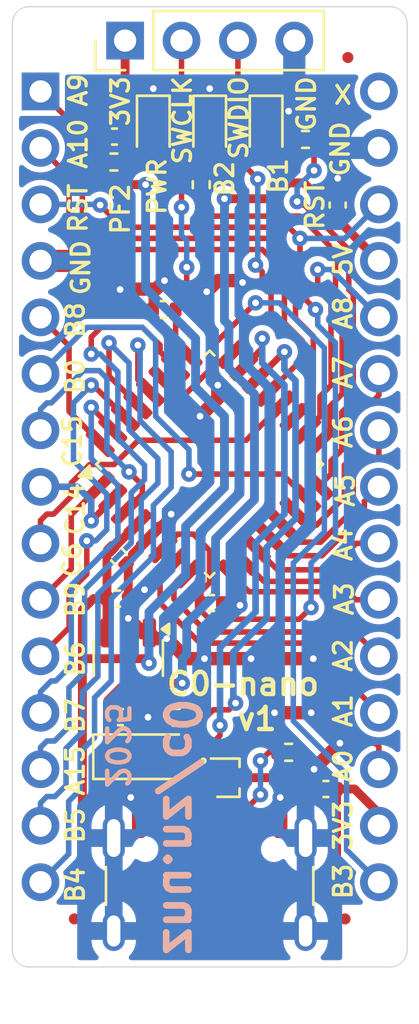
<source format=kicad_pcb>
(kicad_pcb (version 20241229) (generator "pcbnew") (generator_version "9.0")
  (title_block (title "C0-Nano") (date "2025-03-11") (rev "v1") (comment 1 "     https://creativecommons.org/licenses/by-sa/4.0/deed.en") (comment 2 "License: Creative Commons Attribution/Share-Alike 4.0") (comment 3 "Designed by: Benedikt Heinz <hunz at mailbox.org>"))
  (layers (0 "F.Cu" signal) (2 "B.Cu" signal) (13 "F.Paste" user) (15 "B.Paste" user) (5 "F.SilkS" user "F.Silkscreen") (7 "B.SilkS" user "B.Silkscreen") (1 "F.Mask" user) (3 "B.Mask" user) (25 "Edge.Cuts" user))
  (net 0 "")
  (net 1 "+3V3")
  (net 2 "GND")
  (net 3 "/PF2_nRST")
  (net 4 "+5V")
  (net 5 "/PA6_ADC6")
  (net 6 "/PA7_ADC7")
  (net 7 "/PA3_ADC3")
  (net 8 "/VIN")
  (net 9 "/PA0_ADC0")
  (net 10 "/PA2_ADC2")
  (net 11 "/PA4_ADC4")
  (net 12 "/PA8_ADC8")
  (net 13 "/PA5_ADC5")
  (net 14 "/PA1_ADC1")
  (net 15 "/USB_N")
  (net 17 "Net-(J3-CC2)")
  (net 19 "/USB_P")
  (net 20 "Net-(J3-CC1)")
  (net 21 "/PA9_U1TX")
  (net 22 "/PA10_U1RX")
  (net 23 "/PA13_SWDIO")
  (net 24 "/PB3_SPI1SCK")
  (net 25 "/PA14_BOOT0_SWCLK")
  (net 26 "/PB4_SPI1MISO")
  (net 27 "/VUSB")
  (net 28 "/PB5_SPI1MOSI")
  (net 29 "/PA15_SPI1NSS")
  (net 30 "/PB7_TIM1CH4")
  (net 31 "/PB6_TIM1CH3")
  (net 32 "/PB9_TIM3CH2")
  (net 33 "/PB8_TIM3CH1")
  (net 34 "Net-(D2-A)")
  (net 35 "Net-(D4-A)")
  (net 36 "Net-(D5-A)")
  (net 37 "/PC15_TIM1ETR")
  (net 38 "/PB0_TIM3CH3")
  (net 39 "/PC6_TIM2CH3")
  (net 40 "/PC14_TIM1ETR")
  (net 41 "/PB2_MCO2")
  (net 42 "/PB1_TIM14CH1")
  (footprint "Capacitor_SMD:C_0402_1005Metric" (layer "F.Cu") (at 140.42 98.7 180)
    (property "Reference" "C2" (hide yes))
    (property "Value" "0.1uF" (hide yes))
  )
  (footprint "LED_SMD:LED_0603_1608Metric" (layer "F.Cu") (at 142.875 77.3725 -90)
    (property "Reference" "D5" (hide yes))
    (property "Value" "pink" (hide yes))
  )
  (footprint "Connector_USB:USB_C_Receptacle_GCT_USB4105-xx-A_16P_TopMnt_Horizontal" (layer "F.Cu") (at 140.333 112.3708)
    (property "Reference" "J3" (hide yes))
    (property "Value" "USB_C_Receptacle_USB2.0_16P" (hide yes))
  )
  (footprint "Resistor_SMD:R_0402_1005Metric" (layer "F.Cu") (at 138.29 85.5)
    (property "Reference" "R6" (hide yes))
    (property "Value" "5.1k" (hide yes))
  )
  (footprint "Diode_SMD:D_SOD-123F" (layer "F.Cu") (at 137.3 105.611)
    (property "Reference" "D1" (hide yes))
    (property "Value" "PMEG2010EH" (hide yes))
  )
  (footprint "Package_TO_SOT_SMD:SOT-23-3" (layer "F.Cu") (at 136.668 101.1715 -90)
    (property "Reference" "U2" (hide yes))
    (property "Value" "AP7313-33SRG" (hide yes))
  )
  (footprint "Package_QFP:LQFP-32_7x7mm_P0.8mm" (layer "F.Cu") (at 140.335 92.456 45)
    (property "Reference" "U1" (hide yes))
    (property "Value" "STM32C071KBTx")
  )
  (footprint "Capacitor_SMD:C_0402_1005Metric" (layer "F.Cu") (at 136.188 98.499 180)
    (property "Reference" "C5" (hide yes))
    (property "Value" "4.7uF/10V" (hide yes))
  )
  (footprint "LED_SMD:LED_0603_1608Metric" (layer "F.Cu") (at 137.795 77.3725 -90)
    (property "Reference" "D2" (hide yes))
    (property "Value" "green" (hide yes))
  )
  (footprint "Fiducial:Fiducial_0.5mm_Mask1mm" (layer "F.Cu") (at 146.558 74.168)
    (property "Reference" "FID3" (hide yes))
    (property "Value" "Fiducial" (hide yes))
  )
  (footprint "LED_SMD:LED_0603_1608Metric" (layer "F.Cu") (at 140.335 77.3725 -90)
    (property "Reference" "D4" (hide yes))
    (property "Value" "cyan" (hide yes))
  )
  (footprint "Fiducial:Fiducial_0.5mm_Mask1mm" (layer "F.Cu") (at 134.239 112.903)
    (property "Reference" "FID1" (hide yes))
    (property "Value" "Fiducial" (hide yes))
  )
  (footprint "Capacitor_SMD:C_0402_1005Metric" (layer "F.Cu") (at 136.045 77.724 180)
    (property "Reference" "C7" (hide yes))
    (property "Value" "4.7uF/10V" (hide yes))
  )
  (footprint "Resistor_SMD:R_0402_1005Metric" (layer "F.Cu") (at 136.019 78.867 180)
    (property "Reference" "R3" (hide yes))
    (property "Value" "5.1k" (hide yes))
  )
  (footprint "Capacitor_SMD:C_0402_1005Metric" (layer "F.Cu") (at 146.1 80.8 -90)
    (property "Reference" "C3" (hide yes))
    (property "Value" "4.7uF/10V" (hide yes))
  )
  (footprint "Resistor_SMD:R_0402_1005Metric" (layer "F.Cu") (at 144.651 77.851)
    (property "Reference" "R5" (hide yes))
    (property "Value" "5.1k" (hide yes))
  )
  (footprint "Capacitor_SMD:C_0402_1005Metric" (layer "F.Cu") (at 136.315 103.833 180)
    (property "Reference" "C6" (hide yes))
    (property "Value" "4.7uF/10V" (hide yes))
  )
  (footprint "Package_TO_SOT_SMD:Infineon_PG-TSFP-3-1" (layer "F.Cu") (at 141.08 106.553)
    (property "Reference" "D3" (hide yes))
    (property "Value" "ESD5V3U2U" (hide yes))
  )
  (footprint "lib:MountingHole_1.65mm" (layer "F.Cu") (at 147.965 73.142)
    (property "Reference" "H4" (hide yes))
    (property "Value" "MountingHole" (hide yes))
  )
  (footprint "lib:MountingHole_1.65mm" (layer "F.Cu") (at 132.705 113.802)
    (property "Reference" "H2" (hide yes))
    (property "Value" "MountingHole" (hide yes))
  )
  (footprint "Capacitor_SMD:C_0402_1005Metric" (layer "F.Cu") (at 136.229411 96.605411 135)
    (property "Reference" "C1" (hide yes))
    (property "Value" "4.7uF/10V" (hide yes))
  )
  (footprint "Resistor_SMD:R_0402_1005Metric" (layer "F.Cu") (at 139.954 79.885 -90)
    (property "Reference" "R4" (hide yes))
    (property "Value" "5.1k" (hide yes))
  )
  (footprint "Connector_PinHeader_2.54mm:PinHeader_1x04_P2.54mm_Vertical" (layer "F.Cu") (at 136.525 73.406 90)
    (property "Reference" "J4" (hide yes))
    (property "Value" "SWD")
  )
  (footprint "Resistor_SMD:R_0402_1005Metric" (layer "F.Cu") (at 138.827 103.833 180)
    (property "Reference" "R1" (hide yes))
    (property "Value" "5.1k" (hide yes))
  )
  (footprint "lib:MountingHole_1.65mm" (layer "F.Cu") (at 147.965 113.802)
    (property "Reference" "H3" (hide yes))
    (property "Value" "MountingHole" (hide yes))
  )
  (footprint "Fiducial:Fiducial_0.5mm_Mask1mm" (layer "F.Cu") (at 146.431 112.903)
    (property "Reference" "FID2" (hide yes))
    (property "Value" "Fiducial" (hide yes))
  )
  (footprint "Capacitor_SMD:C_0402_1005Metric" (layer "F.Cu") (at 145.57 107.061)
    (property "Reference" "C4" (hide yes))
    (property "Value" "4.7uF/10V" (hide yes))
  )
  (footprint "Resistor_SMD:R_0402_1005Metric" (layer "F.Cu") (at 143.891 105.41)
    (property "Reference" "R2" (hide yes))
    (property "Value" "5.1k" (hide yes))
  )
  (footprint "lib:MountingHole_1.65mm" (layer "F.Cu") (at 132.705 73.142)
    (property "Reference" "H1" (hide yes))
    (property "Value" "MountingHole" (hide yes))
  )
  (footprint "lib:PinHeader_1x15_P2.54mm_Vertical_16_30" (layer "B.Cu") (at 147.955 111.252)
    (property "Reference" "J2" (hide yes))
    (property "Value" "Conn_01x15_16_30" (hide yes))
  )
  (footprint "lib:PinHeader_1x15_P2.54mm_Vertical" (layer "B.Cu") (at 132.715 75.692 180)
    (property "Reference" "J1" (hide yes))
    (property "Value" "Conn_01x15" (hide yes))
  )
  (gr_line (start 131.445 72.644) (end 131.445 114.3) (stroke (width 0.05)) (layer "Edge.Cuts"))
  (gr_line (start 132.207 115.062) (end 148.463 115.062) (stroke (width 0.05)) (layer "Edge.Cuts"))
  (gr_arc (start 132.207 115.062) (mid 131.668185 114.838815) (end 131.445 114.3) (stroke (width 0.05)) (layer "Edge.Cuts"))
  (gr_arc (start 148.463 71.882) (mid 149.001815 72.105185) (end 149.225 72.644) (stroke (width 0.05)) (layer "Edge.Cuts"))
  (gr_line (start 148.463 71.882) (end 132.207 71.882) (stroke (width 0.05)) (layer "Edge.Cuts"))
  (gr_arc (start 149.225 114.3) (mid 149.001815 114.838815) (end 148.463 115.062) (stroke (width 0.05)) (layer "Edge.Cuts"))
  (gr_line (start 149.225 114.3) (end 149.225 72.644) (stroke (width 0.05)) (layer "Edge.Cuts"))
  (gr_arc (start 131.445 72.644) (mid 131.668185 72.105185) (end 132.207 71.882) (stroke (width 0.05)) (layer "Edge.Cuts"))
  (gr_text "A10" (at 134.874 79.248 90) (layer "F.SilkS") (effects (font (size 0.8 0.8)) (justify left bottom)))
  (gr_text "RST" (at 145.542 79.629 90) (layer "F.SilkS") (effects (font (size 0.8 0.8)) (justify right bottom)))
  (gr_text "A15" (at 134.747 105.029 90) (layer "F.SilkS") (effects (font (size 0.8 0.8)) (justify right bottom)))
  (gr_text "B5" (at 134.747 107.823 90) (layer "F.SilkS") (effects (font (size 0.8 0.8)) (justify right bottom)))
  (gr_text "B9" (at 134.747 97.663 90) (layer "F.SilkS") (effects (font (size 0.8 0.8)) (justify right bottom)))
  (gr_text "PF2" (at 136.779 79.756 90) (layer "F.SilkS") (effects (font (size 0.8 0.8)) (justify right bottom)))
  (gr_text "B2" (at 141.478 78.74 90) (layer "F.SilkS") (effects (font (size 0.8 0.8)) (justify right bottom)))
  (gr_text "X" (at 146.812 76.327 0) (layer "F.SilkS") (effects (font (size 0.8 0.8)) (justify right bottom)))
  (gr_text "5V" (at 146.812 82.423 90) (layer "F.SilkS") (effects (font (size 0.8 0.8)) (justify right bottom)))
  (gr_text "A8" (at 146.812 84.836 90) (layer "F.SilkS") (effects (font (size 0.8 0.8)) (justify right bottom)))
  (gr_text "C14" (at 134.747 93.218 90) (layer "F.SilkS") (effects (font (size 0.8 0.8)) (justify right bottom)))
  (gr_text "3V3" (at 136.779 74.93 90) (layer "F.SilkS") (effects (font (size 0.8 0.8)) (justify right bottom)))
  (gr_text "B1" (at 143.891 78.613 90) (layer "F.SilkS") (effects (font (size 0.8 0.8)) (justify right bottom)))
  (gr_text "C0-nano" (at 141.8336 102.9208 0) (layer "F.SilkS") (effects (font (size 1 1) (thickness 0.2) (bold yes)) (justify bottom)))
  (gr_text "C6" (at 134.62 95.885 90) (layer "F.SilkS") (effects (font (size 0.8 0.8)) (justify right bottom)))
  (gr_text "RST" (at 134.874 79.756 90) (layer "F.SilkS") (effects (font (size 0.8 0.8)) (justify right bottom)))
  (gr_text "v1" (at 141.478 104.4956 0) (layer "F.SilkS") (effects (font (size 1 1) (thickness 0.2) (bold yes)) (justify left bottom)))
  (gr_text "SWCLK" (at 139.573 74.93 90) (layer "F.SilkS") (effects (font (size 0.8 0.8)) (justify right bottom)))
  (gr_text "A2" (at 146.812 100.2284 90) (layer "F.SilkS") (effects (font (size 0.8 0.8)) (justify right bottom)))
  (gr_text "B8" (at 134.747 85.09 90) (layer "F.SilkS") (effects (font (size 0.8 0.8)) (justify right bottom)))
  (gr_text "3V3" (at 146.812 107.4928 90) (layer "F.SilkS") (effects (font (size 0.8 0.8)) (justify right bottom)))
  (gr_text "A5" (at 146.9136 92.8116 90) (layer "F.SilkS") (effects (font (size 0.8 0.8)) (justify right bottom)))
  (gr_text "GND" (at 146.685 76.962 90) (layer "F.SilkS") (effects (font (size 0.8 0.8)) (justify right bottom)))
  (gr_text "GND" (at 145.161 74.93 90) (layer "F.SilkS") (effects (font (size 0.8 0.8)) (justify right bottom)))
  (gr_text "A4" (at 146.812 95.25 90) (layer "F.SilkS") (effects (font (size 0.8 0.8)) (justify right bottom)))
  (gr_text "B4" (at 134.747 110.49 90) (layer "F.SilkS") (effects (font (size 0.8 0.8)) (justify right bottom)))
  (gr_text "B6" (at 134.747 100.33 90) (layer "F.SilkS") (effects (font (size 0.8 0.8)) (justify right bottom)))
  (gr_text "C15" (at 134.62 90.17 90) (layer "F.SilkS") (effects (font (size 0.8 0.8)) (justify right bottom)))
  (gr_text "B0" (at 134.747 87.63 90) (layer "F.SilkS") (effects (font (size 0.8 0.8)) (justify right bottom)))
  (gr_text "A6" (at 146.812 90.17 90) (layer "F.SilkS") (effects (font (size 0.8 0.8)) (justify right bottom)))
  (gr_text "PWR" (at 138.43 78.613 90) (layer "F.SilkS") (effects (font (size 0.8 0.8)) (justify right bottom)))
  (gr_text "A0" (at 146.812 105.2068 90) (layer "F.SilkS") (effects (font (size 0.8 0.8)) (justify right bottom)))
  (gr_text "SWDIO" (at 142.113 74.93 90) (layer "F.SilkS") (effects (font (size 0.8 0.8)) (justify right bottom)))
  (gr_text "GND" (at 135.001 82.296 90) (layer "F.SilkS") (effects (font (size 0.8 0.8)) (justify right bottom)))
  (gr_text "B7" (at 134.747 102.87 90) (layer "F.SilkS") (effects (font (size 0.8 0.8)) (justify right bottom)))
  (gr_text "B3" (at 146.812 110.3376 90) (layer "F.SilkS") (effects (font (size 0.8 0.8)) (justify right bottom)))
  (gr_text "A9" (at 134.874 76.454 90) (layer "F.SilkS") (effects (font (size 0.8 0.8)) (justify left bottom)))
  (gr_text "A1" (at 146.812 102.7176 90) (layer "F.SilkS") (effects (font (size 0.8 0.8)) (justify right bottom)))
  (gr_text "A3" (at 146.8628 97.6884 90) (layer "F.SilkS") (effects (font (size 0.8 0.8)) (justify right bottom)))
  (gr_text "A7" (at 146.812 87.503 90) (layer "F.SilkS") (effects (font (size 0.8 0.8)) (justify right bottom)))
  (gr_text "znu.nz/c0" (at 138.176 114.7064 270) (layer "B.SilkS") (effects (font (size 1.5 1.5) (thickness 0.3) (bold yes)) (justify left bottom mirror)))
  (gr_text "2025" (at 135.5852 107.1372 270) (layer "B.SilkS") (effects (font (size 1 1) (thickness 0.2) (bold yes)) (justify left bottom mirror)))
  (segment (start 135.708 96.448) (end 135.89 96.266) (width 0.4) (layer "F.Cu") (net 1))
  (segment (start 136.525 75.565) (end 135.565 76.525) (width 0.4) (layer "F.Cu") (net 1))
  (segment (start 135.708 100.024) (end 135.718 100.034) (width 0.4) (layer "F.Cu") (net 1))
  (segment (start 146.05 110.55) (end 146.05 107.061) (width 0.4) (layer "F.Cu") (net 1))
  (segment (start 135.565 76.525) (end 135.565 77.724) (width 0.4) (layer "F.Cu") (net 1))
  (segment (start 135.509 79.502) (end 135.509 78.867) (width 0.4) (layer "F.Cu") (net 1))
  (segment (start 146.05 107.061) (end 146.861 107.061) (width 0.4) (layer "F.Cu") (net 1))
  (segment (start 147.955 108.155) (end 147.955 108.712) (width 0.4) (layer "F.Cu") (net 1))
  (segment (start 134.6 99) (end 134.6 101.2) (width 0.4) (layer "F.Cu") (net 1))
  (segment (start 134.6 101.2) (end 137.4 101.2) (width 0.4) (layer "F.Cu") (net 1))
  (segment (start 135.101 98.499) (end 134.6 99) (width 0.4) (layer "F.Cu") (net 1))
  (segment (start 134.6 110.2) (end 135.9 111.5) (width 0.4) (layer "F.Cu") (net 1))
  (segment (start 135.89 96.266) (end 135.959314 96.266) (width 0.4) (layer "F.Cu") (net 1))
  (segment (start 134.6 101.2) (end 134.6 110.2) (width 0.4) (layer "F.Cu") (net 1))
  (segment (start 135.708 98.499) (end 135.708 96.448) (width 0.4) (layer "F.Cu") (net 1))
  (segment (start 137.4 101.2) (end 137.6 101.4) (width 0.4) (layer "F.Cu") (net 1))
  (segment (start 135.959314 96.266) (end 137.099986 95.125328) (width 0.4) (layer "F.Cu") (net 1))
  (segment (start 135.708 98.499) (end 135.101 98.499) (width 0.4) (layer "F.Cu") (net 1))
  (segment (start 135.89 79.883) (end 135.509 79.502) (width 0.4) (layer "F.Cu") (net 1))
  (segment (start 135.708 98.499) (end 135.708 100.024) (width 0.4) (layer "F.Cu") (net 1))
  (segment (start 135.9 111.5) (end 145.1 111.5) (width 0.4) (layer "F.Cu") (net 1))
  (segment (start 136.54 73.421) (end 136.525 73.406) (width 0.4) (layer "F.Cu") (net 1))
  (segment (start 137.448 79.883) (end 135.89 79.883) (width 0.4) (layer "F.Cu") (net 1))
  (segment (start 145.1 111.5) (end 146.05 110.55) (width 0.4) (layer "F.Cu") (net 1))
  (segment (start 135.565 78.811) (end 135.509 78.867) (width 0.4) (layer "F.Cu") (net 1))
  (segment (start 135.565 77.724) (end 135.565 78.811) (width 0.4) (layer "F.Cu") (net 1))
  (segment (start 136.525 73.406) (end 136.525 75.565) (width 0.4) (layer "F.Cu") (net 1))
  (segment (start 146.861 107.061) (end 147.955 108.155) (width 0.4) (layer "F.Cu") (net 1))
  (via (at 137.448 79.883) (size 0.7) (drill 0.3) (layers "F.Cu" "B.Cu") (net 1))
  (via (at 137.6 101.4) (size 0.7) (drill 0.3) (layers "F.Cu" "B.Cu") (net 1))
  (segment (start 139.7 86.8) (end 137.448 84.548) (width 0.4) (layer "B.Cu") (net 1))
  (segment (start 137.6 101.4) (end 137.6 99.1) (width 0.4) (layer "B.Cu") (net 1))
  (segment (start 141 93.5) (end 141 90.3) (width 0.4) (layer "B.Cu") (net 1))
  (segment (start 139.25 97.45) (end 139.25 95.25) (width 0.4) (layer "B.Cu") (net 1))
  (segment (start 139.7 89) (end 139.7 86.8) (width 0.4) (layer "B.Cu") (net 1))
  (segment (start 137.448 84.548) (end 137.448 79.883) (width 0.4) (layer "B.Cu") (net 1))
  (segment (start 137.6 99.1) (end 139.25 97.45) (width 0.4) (layer "B.Cu") (net 1))
  (segment (start 139.25 95.25) (end 141 93.5) (width 0.4) (layer "B.Cu") (net 1))
  (segment (start 141 90.3) (end 139.7 89) (width 0.4) (layer "B.Cu") (net 1))
  (segment (start 145.034 106.172) (end 145.034 106.043) (width 0.4) (layer "F.Cu") (net 2))
  (segment (start 145.09 106.228) (end 145.034 106.172) (width 0.4) (layer "F.Cu") (net 2))
  (segment (start 138.6 94.756686) (end 137.665672 95.691014) (width 0.4) (layer "F.Cu") (net 2))
  (segment (start 139.3 101.2) (end 138.4 100.3) (width 0.6) (layer "F.Cu") (net 2))
  (segment (start 142.2 101.2) (end 145 101.2) (width 0.6) (layer "F.Cu") (net 2))
  (segment (start 137.665672 95.691014) (end 137.684186 95.691014) (width 0.4) (layer "F.Cu") (net 2))
  (segment (start 140.7 84.2) (end 140.2 84.7) (width 0.6) (layer "F.Cu") (net 2))
  (segment (start 138.4 100.3) (end 137.884 100.3) (width 0.6) (layer "F.Cu") (net 2))
  (segment (start 138.6 94.7) (end 138.6 94.756686) (width 0.4) (layer "F.Cu") (net 2))
  (segment (start 141.731 84.2) (end 140.7 84.2) (width 0.6) (layer "F.Cu") (net 2))
  (segment (start 138.3 84.2) (end 137.918 84.582) (width 0.6) (layer "F.Cu") (net 2))
  (segment (start 146.1 78.69) (end 146.558 78.232) (width 0.6) (layer "F.Cu") (net 2))
  (segment (start 137.314 100.034) (end 136.668 99.388) (width 0.6) (layer "F.Cu") (net 2))
  (segment (start 136.568822 98.399822) (end 136.668 98.499) (width 0.4) (layer "F.Cu") (net 2))
  (segment (start 136.795 103.833) (end 137.557 103.833) (width 0.4) (layer "F.Cu") (net 2))
  (segment (start 140.7 88.9) (end 140.7 89.5) (width 0.6) (layer "F.Cu") (net 2))
  (segment (start 140.335 76.585) (end 140.335 75.565) (width 0.4) (layer "F.Cu") (net 2))
  (segment (start 137.133 108.6908) (end 137.133 107.796) (width 0.6) (layer "F.Cu") (net 2))
  (segment (start 142.2 101.2) (end 140.1 101.2) (width 0.6) (layer "F.Cu") (net 2))
  (segment (start 137.001 98.499) (end 137.4 98.1) (width 0.4) (layer "F.Cu") (net 2))
  (segment (start 144.399 107.061) (end 143.891 106.553) (width 0.4) (layer "F.Cu") (net 2))
  (segment (start 144.399 107.569) (end 144.653 107.823) (width 0.4) (layer "F.Cu") (net 2))
  (segment (start 136.525 77.216) (end 136.525 77.724) (width 0.4) (layer "F.Cu") (net 2))
  (segment (start 140.7 89.5) (end 139.9 90.3) (width 0.6) (layer "F.Cu") (net 2))
  (segment (start 143.891 106.553) (end 143.51 106.553) (width 0.4) (layer "F.Cu") (net 2))
  (segment (start 145.09 107.061) (end 145.09 106.228) (width 0.4) (layer "F.Cu") (net 2))
  (segment (start 140.1 101.2) (end 139.3 101.2) (width 0.6) (layer "F.Cu") (net 2))
  (segment (start 146.1 80.32) (end 146.1 79.6) (width 0.4) (layer "F.Cu") (net 2))
  (segment (start 144.145 76.327) (end 143.891 76.581) (width 1) (layer "F.Cu") (net 2))
  (segment (start 143.533 107.465) (end 143.51 107.442) (width 0.6) (layer "F.Cu") (net 2))
  (segment (start 135.527 84.6) (end 136.3 84.6) (width 1) (layer "F.Cu") (net 2))
  (segment (start 137.795 76.585) (end 137.156 76.585) (width 0.4) (layer "F.Cu") (net 2))
  (segment (start 144.907 103.632) (end 143.256 103.632) (width 0.6) (layer "F.Cu") (net 2))
  (segment (start 137.918 84.582) (end 136.318 84.582) (width 0.6) (layer "F.Cu") (net 2))
  (segment (start 140.9 98.7) (end 141.6 98.7) (width 0.4) (layer "F.Cu") (net 2))
  (segment (start 136.568822 96.944822) (end 136.8552 96.658444) (width 0.4) (layer "F.Cu") (net 2))
  (segment (start 137.156 76.585) (end 136.525 77.216) (width 0.4) (layer "F.Cu") (net 2))
  (segment (start 143.51 106.553) (end 141.605 106.553) (width 0.4) (layer "F.Cu") (net 2))
  (segment (start 143.533 108.6908) (end 143.533 107.465) (width 0.6) (layer "F.Cu") (net 2))
  (segment (start 136.668 98.499) (end 136.668 99.388) (width 0.4) (layer "F.Cu") (net 2))
  (segment (start 145.034 106.166) (end 146.2 105) (width 0.6) (layer "F.Cu") (net 2))
  (segment (start 142.875 76.585) (end 143.887 76.585) (width 0.4) (layer "F.Cu") (net 2))
  (segment (start 141.8155 84.2845) (end 141.731 84.2) (width 0.6) (layer "F.Cu") (net 2))
  (segment (start 137.618 100.034) (end 137.314 100.034) (width 0.6) (layer "F.Cu") (net 2))
  (segment (start 136.668 98.499) (end 137.001 98.499) (width 0.4) (layer "F.Cu") (net 2))
  (segment (start 136.8552 96.501486) (end 137.665672 95.691014) (width 0.4) (layer "F.Cu") (net 2))
  (segment (start 137.78 85.5) (end 137.78 84.72) (width 0.4) (layer "F.Cu") (net 2))
  (segment (start 141.6 98.7) (end 141.7 98.8) (width 0.4) (layer "F.Cu") (net 2))
  (segment (start 144.145 73.406) (end 144.145 76.327) (width 1) (layer "F.Cu") (net 2))
  (segment (start 137.78 84.72) (end 137.918 84.582) (width 0.4) (layer "F.Cu") (net 2))
  (segment (start 144.653 109.2658) (end 144.653 107.823) (width 0.4) (layer "F.Cu") (net 2))
  (segment (start 136.668 98.499) (end 136.668 97.044) (width 0.4) (layer "F.Cu") (net 2))
  (segment (start 137.133 107.796) (end 136.779 107.442) (width 0.6) (layer "F.Cu") (net 2))
  (segment (start 137.795 76.585) (end 137.795 75.565) (width 0.4) (layer "F.Cu") (net 2))
  (segment (start 143.51 106.553) (end 143.51 107.442) (width 0.4) (layer "F.Cu") (net 2))
  (segment (start 136.318 84.582) (end 136.3 84.6) (width 0.6) (layer "F.Cu") (net 2))
  (segment (start 134.239 83.312) (end 135.527 84.6) (width 1) (layer "F.Cu") (net 2))
  (segment (start 145.034 106.043) (end 144.401 105.41) (width 0.4) (layer "F.Cu") (net 2))
  (segment (start 146.1 79.6) (end 146.1 78.69) (width 0.6) (layer "F.Cu") (net 2))
  (segment (start 136.8552 96.658444) (end 136.8552 96.501486) (width 0.4) (layer "F.Cu") (net 2))
  (segment (start 132.715 83.312) (end 134.239 83.312) (width 1) (layer "F.Cu") (net 2))
  (segment (start 143.887 76.585) (end 143.891 76.581) (width 0.4) (layer "F.Cu") (net 2))
  (segment (start 145.034 106.172) (end 145.034 106.166) (width 0.6) (layer "F.Cu") (net 2))
  (segment (start 146.558 78.232) (end 147.955 78.232) (width 0.6) (layer "F.Cu") (net 2))
  (segment (start 137.557 103.833) (end 138.317 103.833) (width 0.4) (layer "F.Cu") (net 2))
  (segment (start 137.884 100.3) (end 137.618 100.034) (width 0.6) (layer "F.Cu") (net 2))
  (segment (start 136.668 97.044) (end 136.568822 96.944822) (width 0.4) (layer "F.Cu") (net 2))
  (segment (start 144.399 107.061) (end 144.399 107.569) (width 0.4) (layer "F.Cu") (net 2))
  (via (at 145 101.2) (size 0.7) (drill 0.3) (layers "F.Cu" "B.Cu") (net 2))
  (via (at 143.51 107.442) (size 0.7) (drill 0.3) (layers "F.Cu" "B.Cu") (net 2))
  (via (at 145.034 106.172) (size 0.7) (drill 0.3) (layers "F.Cu" "B.Cu") (net 2))
  (via (at 137.795 75.565) (size 0.7) (drill 0.3) (layers "F.Cu" "B.Cu") (net 2))
  (via (at 142.2 101.2) (size 0.7) (drill 0.3) (layers "F.Cu" "B.Cu") (net 2))
  (via (at 143.256 103.632) (size 0.7) (drill 0.3) (layers "F.Cu" "B.Cu") (net 2))
  (via (at 138.3 84.2) (size 0.7) (drill 0.3) (layers "F.Cu" "B.Cu") (net 2))
  (via (at 140.2 84.7) (size 0.7) (drill 0.3) (layers "F.Cu" "B.Cu") (net 2))
  (via (at 140.7 88.9) (size 0.7) (drill 0.3) (layers "F.Cu" "B.Cu") (net 2))
  (via (at 139.9 90.3) (size 0.7) (drill 0.3) (layers "F.Cu" "B.Cu") (net 2))
  (via (at 146.1 79.6) (size 0.7) (drill 0.3) (layers "F.Cu" "B.Cu") (net 2))
  (via (at 146.2 105) (size 0.7) (drill 0.3) (layers "F.Cu" "B.Cu") (net 2))
  (via (at 140.335 75.565) (size 0.7) (drill 0.3) (layers "F.Cu" "B.Cu") (net 2))
  (via (at 136.779 107.442) (size 0.7) (drill 0.3) (layers "F.Cu" "B.Cu") (net 2))
  (via (at 141.7 98.8) (size 0.7) (drill 0.3) (layers "F.Cu" "B.Cu") (net 2))
  (via (at 144.907 103.632) (size 0.7) (drill 0.3) (layers "F.Cu" "B.Cu") (net 2))
  (via (at 136.668 99.388) (size 0.7) (drill 0.3) (layers "F.Cu" "B.Cu") (net 2))
  (via (at 137.4 98.1) (size 0.7) (drill 0.3) (layers "F.Cu" "B.Cu") (net 2))
  (via (at 140.1 101.2) (size 0.7) (drill 0.3) (layers "F.Cu" "B.Cu") (net 2))
  (via (at 143.891 76.581) (size 0.7) (drill 0.3) (layers "F.Cu" "B.Cu") (net 2))
  (via (at 138.4 100.3) (size 0.7) (drill 0.3) (layers "F.Cu" "B.Cu") (net 2))
  (via (at 137.557 103.833) (size 0.7) (drill 0.3) (layers "F.Cu" "B.Cu") (net 2))
  (via (at 141.8155 84.2845) (size 0.7) (drill 0.3) (layers "F.Cu" "B.Cu") (net 2))
  (via (at 136.3 84.6) (size 0.7) (drill 0.3) (layers "F.Cu" "B.Cu") (net 2))
  (via (at 138.6 94.7) (size 0.7) (drill 0.3) (layers "F.Cu" "B.Cu") (net 2))
  (segment (start 141.7 89.9) (end 140.7 88.9) (width 0.4) (layer "B.Cu") (net 2))
  (segment (start 141.9 85.8) (end 141.9 86) (width 0.3) (layer "B.Cu") (net 2))
  (segment (start 139.9 95.5) (end 141.7 93.7) (width 0.4) (layer "B.Cu") (net 2))
  (segment (start 138.6 86.7) (end 137.4 85.5) (width 0.4) (layer "B.Cu") (net 2))
  (segment (start 140.35 84.85) (end 140.2 84.7) (width 0.4) (layer "B.Cu") (net 2))
  (segment (start 137.4 98.1) (end 138.6 96.9) (width 0.4) (layer "B.Cu") (net 2))
  (segment (start 138.29 103.1) (end 139.6 103.1) (width 0.4) (layer "B.Cu") (net 2))
  (segment (start 143.4592 86.0044) (end 141.9044 86.0044) (width 0.4) (layer "B.Cu") (net 2))
  (segment (start 141.9 86) (end 141.9 86.2) (width 0.4) (layer "B.Cu") (net 2))
  (segment (start 137.557 103.833) (end 138.29 103.1) (width 0.4) (layer "B.Cu") (net 2))
  (segment (start 137.2 85.5) (end 136.3 84.6) (width 0.4) (layer "B.Cu") (net 2))
  (segment (start 139.6 103.1) (end 140.1 102.6) (width 0.4) (layer "B.Cu") (net 2))
  (segment (start 139.9 98) (end 139.9 95.5) (width 0.4) (layer "B.Cu") (net 2))
  (segment (start 142.2 101.2) (end 143.5 99.9) (width 0.4) (layer "B.Cu") (net 2))
  (segment (start 143.5 96.6) (end 144.9 95.2) (width 0.4) (layer "B.Cu") (net 2))
  (segment (start 136.668 99.388) (end 136.668 98.832) (width 0.4) (layer "B.Cu") (net 2))
  (segment (start 143.1 89.1) (end 143.1 94.5) (width 0.4) (layer "B.Cu") (net 2))
  (segment (start 144.9 95.2) (end 144.9 88.5) (width 0.4) (layer "B.Cu") (net 2))
  (segment (start 144.6 87.1452) (end 143.4592 86.0044) (width 0.4) (layer "B.Cu") (net 2))
  (segment (start 140.1 100.1) (end 141.4 98.8) (width 0.4) (layer "B.Cu") (net 2))
  (segment (start 139.4 90.8) (end 138.6 90) (width 0.4) (layer "B.Cu") (net 2))
  (segment (start 138.4 99.5) (end 139.9 98) (width 0.4) (layer "B.Cu") (net 2))
  (segment (start 138.4 100.3) (end 138.4 99.5) (width 0.4) (layer "B.Cu") (net 2))
  (segment (start 144.145 76.835) (end 144.653 77.343) (width 1) (layer "B.Cu") (net 2))
  (segment (start 141.4 98.8) (end 141.7 98.8) (width 0.4) (layer "B.Cu") (net 2))
  (segment (start 141.9 86.2) (end 141.9 87.9) (width 0.4) (layer "B.Cu") (net 2))
  (segment (start 140.35 88.55) (end 140.35 84.85) (width 0.4) (layer "B.Cu") (net 2))
  (segment (start 138.6 90) (end 138.6 86.7) (width 0.4) (layer "B.Cu") (net 2))
  (segment (start 144.9 88.5) (end 144.6 88.2) (width 0.4) (layer "B.Cu") (net 2))
  (segment (start 147.955 78.232) (end 145.542 78.232) (width 1) (layer "B.Cu") (net 2))
  (segment (start 137.4 85.5) (end 137.2 85.5) (width 0.4) (layer "B.Cu") (net 2))
  (segment (start 141.6 84.5) (end 141.6 85.5) (width 0.3) (layer "B.Cu") (net 2))
  (segment (start 138.6 94.6) (end 139.3 93.9) (width 0.4) (layer "B.Cu") (net 2))
  (segment (start 140.1 102.6) (end 140.1 101.2) (width 0.4) (layer "B.Cu") (net 2))
  (segment (start 143.1 94.5) (end 141.7 95.9) (width 0.4) (layer "B.Cu") (net 2))
  (segment (start 139.7 93.9) (end 140.3 93.3) (width 0.4) (layer "B.Cu") (net 2))
  (segment (start 140.3 93.3) (end 140.3 91.7) (width 0.4) (layer "B.Cu") (net 2))
  (segment (start 139.3 93.9) (end 139.7 93.9) (width 0.4) (layer "B.Cu") (net 2))
  (segment (start 144.145 73.406) (end 144.145 76.835) (width 1) (layer "B.Cu") (net 2))
  (segment (start 141.7 93.7) (end 141.7 89.9) (width 0.4) (layer "B.Cu") (net 2))
  (segment (start 138.6 94.7) (end 138.6 94.6) (width 0.4) (layer "B.Cu") (net 2))
  (segment (start 136.668 98.832) (end 137.4 98.1) (width 0.4) (layer "B.Cu") (net 2))
  (segment (start 145.542 78.232) (end 144.653 77.343) (width 1) (layer "B.Cu") (net 2))
  (segment (start 139.4 90.8) (end 139.9 90.3) (width 0.4) (layer "B.Cu") (net 2))
  (segment (start 144.653 77.343) (end 143.891 76.581) (width 1) (layer "B.Cu") (net 2))
  (segment (start 138.6 96.9) (end 138.6 94.7) (width 0.4) (layer "B.Cu") (net 2))
  (segment (start 144.6 88.2) (end 144.6 87.1452) (width 0.4) (layer "B.Cu") (net 2))
  (segment (start 140.3 91.7) (end 139.4 90.8) (width 0.4) (layer "B.Cu") (net 2))
  (segment (start 140.7 88.9) (end 140.35 88.55) (width 0.4) (layer "B.Cu") (net 2))
  (segment (start 141.9044 86.0044) (end 141.9 86) (width 0.4) (layer "B.Cu") (net 2))
  (segment (start 140.1 101.2) (end 140.1 100.1) (width 0.4) (layer "B.Cu") (net 2))
  (segment (start 141.7 95.9) (end 141.7 98.8) (width 0.4) (layer "B.Cu") (net 2))
  (segment (start 141.8155 84.2845) (end 141.6 84.5) (width 0.3) (layer "B.Cu") (net 2))
  (segment (start 141.9 87.9) (end 143.1 89.1) (width 0.4) (layer "B.Cu") (net 2))
  (segment (start 141.6 85.5) (end 141.9 85.8) (width 0.3) (layer "B.Cu") (net 2))
  (segment (start 143.5 99.9) (end 143.5 96.6) (width 0.4) (layer "B.Cu") (net 2))
  (segment (start 140.321507 96.321507) (end 139.6 95.6) (width 0.25) (layer "F.Cu") (net 3))
  (segment (start 144.701 84.243649) (end 144.701 85.101) (width 0.25) (layer "F.Cu") (net 3))
  (segment (start 140.326 99.426) (end 139.94 99.04) (width 0.25) (layer "F.Cu") (net 3))
  (segment (start 139.94 99.04) (end 139.94 98.7) (width 0.25) (layer "F.Cu") (net 3))
  (segment (start 144.701 85.101) (end 145.1 85.5) (width 0.25) (layer "F.Cu") (net 3))
  (segment (start 143.9 81.8) (end 144.4 82.3) (width 0.25) (layer "F.Cu") (net 3))
  (segment (start 139.6 95.6) (end 138.888056 95.6) (width 0.25) (layer "F.Cu") (net 3))
  (segment (start 144.4 83.942648) (end 144.701 84.243649) (width 0.25) (layer "F.Cu") (net 3))
  (segment (start 144.9 98.9) (end 144.374 99.426) (width 0.25) (layer "F.Cu") (net 3))
  (segment (start 135.4 80.8) (end 136.4 81.8) (width 0.25) (layer "F.Cu") (net 3))
  (segment (start 139.94 98.181507) (end 140.321507 97.8) (width 0.25) (layer "F.Cu") (net 3))
  (segment (start 136.4 81.8) (end 143.9 81.8) (width 0.25) (layer "F.Cu") (net 3))
  (segment (start 140.321507 97.8) (end 140.321507 96.321507) (width 0.25) (layer "F.Cu") (net 3))
  (segment (start 139.94 98.7) (end 139.94 98.181507) (width 0.25) (layer "F.Cu") (net 3))
  (segment (start 144.4 82.3) (end 144.4 83.942648) (width 0.25) (layer "F.Cu") (net 3))
  (segment (start 144.374 99.426) (end 140.326 99.426) (width 0.25) (layer "F.Cu") (net 3))
  (segment (start 138.888056 95.6) (end 138.231357 96.256699) (width 0.25) (layer "F.Cu") (net 3))
  (via (at 144.9 98.9) (size 0.7) (drill 0.3) (layers "F.Cu" "B.Cu") (net 3))
  (via (at 145.1 85.5) (size 0.7) (drill 0.3) (layers "F.Cu" "B.Cu") (net 3))
  (via (at 144.4 82.3) (size 0.7) (drill 0.3) (layers "F.Cu" "B.Cu") (net 3))
  (via (at 135.4 80.8) (size 0.7) (drill 0.3) (layers "F.Cu" "B.Cu") (net 3))
  (segment (start 145.2 85.6) (end 145.2 86.2) (width 0.25) (layer "B.Cu") (net 3))
  (segment (start 146 87) (end 146 95.8) (width 0.25) (layer "B.Cu") (net 3))
  (segment (start 144.9 96.9) (end 144.9 98.9) (width 0.25) (layer "B.Cu") (net 3))
  (segment (start 135.372 80.772) (end 135.4 80.8) (width 0.25) (layer "B.Cu") (net 3))
  (segment (start 145.2 86.2) (end 146 87) (width 0.25) (layer "B.Cu") (net 3))
  (segment (start 132.715 80.772) (end 135.372 80.772) (width 0.25) (layer "B.Cu") (net 3))
  (segment (start 146 95.8) (end 144.9 96.9) (width 0.25) (layer "B.Cu") (net 3))
  (segment (start 146.427 82.3) (end 147.955 80.772) (width 0.25) (layer "B.Cu") (net 3))
  (segment (start 145.1 85.5) (end 145.2 85.6) (width 0.25) (layer "B.Cu") (net 3))
  (segment (start 144.4 82.3) (end 146.427 82.3) (width 0.25) (layer "B.Cu") (net 3))
  (segment (start 143.891 79.8035) (end 144.57524 79.8035) (width 0.4) (layer "F.Cu") (net 4))
  (segment (start 143.1765 80.518) (end 143.891 79.8035) (width 0.4) (layer "F.Cu") (net 4))
  (segment (start 136.668 102.309) (end 139.091 102.309) (width 0.4) (layer "F.Cu") (net 4))
  (segment (start 144.57524 79.8035) (end 146.05174 81.28) (width 0.4) (layer "F.Cu") (net 4))
  (segment (start 135.835 105.546) (end 135.9 105.611) (width 0.6) (layer "F.Cu") (net 4))
  (segment (start 146.1 81.28) (end 146.1 81.457) (width 0.4) (layer "F.Cu") (net 4))
  (segment (start 146.1 81.457) (end 147.955 83.312) (width 0.4) (layer "F.Cu") (net 4))
  (segment (start 139.091 102.309) (end 139.1 102.3) (width 0.4) (layer "F.Cu") (net 4))
  (segment (start 135.835 103.142) (end 136.668 102.309) (width 0.6) (layer "F.Cu") (net 4))
  (segment (start 135.835 103.833) (end 135.835 103.142) (width 0.6) (layer "F.Cu") (net 4))
  (segment (start 146.05174 81.28) (end 146.1 81.28) (width 0.4) (layer "F.Cu") (net 4))
  (segment (start 141 80.518) (end 143.1765 80.518) (width 0.4) (layer "F.Cu") (net 4))
  (segment (start 135.835 103.833) (end 135.835 105.546) (width 0.6) (layer "F.Cu") (net 4))
  (via (at 139.1 102.3) (size 0.7) (drill 0.3) (layers "F.Cu" "B.Cu") (net 4))
  (via (at 141 80.518) (size 0.7) (drill 0.3) (layers "F.Cu" "B.Cu") (net 4))
  (segment (start 141.2 86.2) (end 141.2 88.15) (width 0.4) (layer "B.Cu") (net 4))
  (segment (start 140.6 98.3) (end 139.3 99.6) (width 0.4) (layer "B.Cu") (net 4))
  (segment (start 141.2 88.15) (end 142.35 89.3) (width 0.4) (layer "B.Cu") (net 4))
  (segment (start 141 86) (end 141.2 86.2) (width 0.4) (layer "B.Cu") (net 4))
  (segment (start 139.1 101.2) (end 139.1 102.3) (width 0.4) (layer "B.Cu") (net 4))
  (segment (start 142.35 89.3) (end 142.35 94.05) (width 0.4) (layer "B.Cu") (net 4))
  (segment (start 140.6 95.8) (end 140.6 98.3) (width 0.4) (layer "B.Cu") (net 4))
  (segment (start 139.3 101) (end 139.1 101.2) (width 0.4) (layer "B.Cu") (net 4))
  (segment (start 142.35 94.05) (end 140.6 95.8) (width 0.4) (layer "B.Cu") (net 4))
  (segment (start 139.3 99.6) (end 139.3 101) (width 0.4) (layer "B.Cu") (net 4))
  (segment (start 141 80.518) (end 141 86) (width 0.4) (layer "B.Cu") (net 4))
  (segment (start 147.955 90.932) (end 147.955 92.045) (width 0.25) (layer "F.Cu") (net 5))
  (segment (start 147.955 92.045) (end 147.8 92.2) (width 0.25) (layer "F.Cu") (net 5))
  (segment (start 146.8 92.8666) (end 146.8 94.5) (width 0.25) (layer "F.Cu") (net 5))
  (segment (start 144.405886 95.9612) (end 143.570014 95.125328) (width 0.25) (layer "F.Cu") (net 5))
  (segment (start 147.8 92.2) (end 147.4666 92.2) (width 0.25) (layer "F.Cu") (net 5))
  (segment (start 146.8 94.5) (end 145.3388 95.9612) (width 0.25) (layer "F.Cu") (net 5))
  (segment (start 145.3388 95.9612) (end 144.405886 95.9612) (width 0.25) (layer "F.Cu") (net 5))
  (segment (start 147.4666 92.2) (end 146.8 92.8666) (width 0.25) (layer "F.Cu") (net 5))
  (segment (start 146.685 90.424) (end 146.685 92.215) (width 0.25) (layer "F.Cu") (net 6))
  (segment (start 146.4 92.5) (end 146.4 93.9402) (width 0.25) (layer "F.Cu") (net 6))
  (segment (start 147.5359 89.5731) (end 146.685 90.424) (width 0.25) (layer "F.Cu") (net 6))
  (segment (start 147.955 88.392) (end 147.955 89.3572) (width 0.25) (layer "F.Cu") (net 6))
  (segment (start 146.685 92.215) (end 146.4 92.5) (width 0.25) (layer "F.Cu") (net 6))
  (segment (start 147.955 89.3572) (end 147.7391 89.5731) (width 0.25) (layer "F.Cu") (net 6))
  (segment (start 144.775256 95.1992) (end 144.135699 94.559643) (width 0.25) (layer "F.Cu") (net 6))
  (segment (start 145.141 95.1992) (end 144.775256 95.1992) (width 0.25) (layer "F.Cu") (net 6))
  (segment (start 147.7391 89.5731) (end 147.5359 89.5731) (width 0.25) (layer "F.Cu") (net 6))
  (segment (start 146.4 93.9402) (end 145.141 95.1992) (width 0.25) (layer "F.Cu") (net 6))
  (segment (start 146.9136 98.552) (end 147.955 98.552) (width 0.25) (layer "F.Cu") (net 7))
  (segment (start 146.086314 97.724714) (end 146.9136 98.552) (width 0.25) (layer "F.Cu") (net 7))
  (segment (start 141.872957 96.822384) (end 142.775286 97.724714) (width 0.25) (layer "F.Cu") (net 7))
  (segment (start 142.775286 97.724714) (end 146.086314 97.724714) (width 0.25) (layer "F.Cu") (net 7))
  (segment (start 145.3 100.5) (end 139.9 100.5) (width 0.25) (layer "F.Cu") (net 9))
  (segment (start 147.8 105) (end 147.5 105) (width 0.25) (layer "F.Cu") (net 9))
  (segment (start 147.955 106.172) (end 147.955 105.155) (width 0.25) (layer "F.Cu") (net 9))
  (segment (start 147.5 105) (end 145.8 103.3) (width 0.25) (layer "F.Cu") (net 9))
  (segment (start 147.955 105.155) (end 147.8 105) (width 0.25) (layer "F.Cu") (net 9))
  (segment (start 139.9 100.5) (end 138.1 98.7) (width 0.25) (layer "F.Cu") (net 9))
  (segment (start 138.1 97.519427) (end 138.797043 96.822384) (width 0.25) (layer "F.Cu") (net 9))
  (segment (start 145.8 101) (end 145.3 100.5) (width 0.25) (layer "F.Cu") (net 9))
  (segment (start 145.8 103.3) (end 145.8 101) (width 0.25) (layer "F.Cu") (net 9))
  (segment (start 138.1 98.7) (end 138.1 97.519427) (width 0.25) (layer "F.Cu") (net 9))
  (segment (start 142.109601 98.190399) (end 145.490399 98.190399) (width 0.25) (layer "F.Cu") (net 10))
  (segment (start 141.307272 97.38807) (end 142.109601 98.190399) (width 0.25) (layer "F.Cu") (net 10))
  (segment (start 146.2 98.9) (end 146.2 99.337) (width 0.25) (layer "F.Cu") (net 10))
  (segment (start 146.2 99.337) (end 147.955 101.092) (width 0.25) (layer "F.Cu") (net 10))
  (segment (start 145.490399 98.190399) (end 146.2 98.9) (width 0.25) (layer "F.Cu") (net 10))
  (segment (start 147.955 96.012) (end 146.936628 96.012) (width 0.25) (layer "F.Cu") (net 11))
  (segment (start 146.936628 96.012) (end 145.7452 97.203428) (width 0.25) (layer "F.Cu") (net 11))
  (segment (start 142.438643 96.256699) (end 143.385372 97.203428) (width 0.25) (layer "F.Cu") (net 11))
  (segment (start 143.385372 97.203428) (end 145.7452 97.203428) (width 0.25) (layer "F.Cu") (net 11))
  (segment (start 144.701384 90.909016) (end 144.701384 90.918043) (width 0.25) (layer "F.Cu") (net 12))
  (segment (start 145.2 83.7) (end 145.2 84.6) (width 0.25) (layer "F.Cu") (net 12))
  (segment (start 145.3 90.3104) (end 144.701384 90.909016) (width 0.25) (layer "F.Cu") (net 12))
  (segment (start 145.8 85.2) (end 145.8 88.908) (width 0.25) (layer "F.Cu") (net 12))
  (segment (start 145.2 84.6) (end 145.8 85.2) (width 0.25) (layer "F.Cu") (net 12))
  (segment (start 145.3 89.408) (end 145.3 90.3104) (width 0.25) (layer "F.Cu") (net 12))
  (segment (start 145.8 88.908) (end 145.3 89.408) (width 0.25) (layer "F.Cu") (net 12))
  (via (at 145.2 83.7) (size 0.7) (drill 0.3) (layers "F.Cu" "B.Cu") (net 12))
  (segment (start 145.803 83.7) (end 147.955 85.852) (width 0.25) (layer "B.Cu") (net 12))
  (segment (start 145.2 83.7) (end 145.803 83.7) (width 0.25) (layer "B.Cu") (net 12))
  (segment (start 147.3 94.127) (end 147.955 93.472) (width 0.25) (layer "F.Cu") (net 13))
  (segment (start 143.884114 96.5708) (end 145.3896 96.5708) (width 0.25) (layer "F.Cu") (net 13))
  (segment (start 145.3896 96.5708) (end 147.3 94.6604) (width 0.25) (layer "F.Cu") (net 13))
  (segment (start 147.3 94.6604) (end 147.3 94.127) (width 0.25) (layer "F.Cu") (net 13))
  (segment (start 143.004328 95.691014) (end 143.884114 96.5708) (width 0.25) (layer "F.Cu") (net 13))
  (segment (start 146.4 100.6) (end 145.8 100) (width 0.25) (layer "F.Cu") (net 14))
  (segment (start 145.8 100) (end 140.2 100) (width 0.25) (layer "F.Cu") (net 14))
  (segment (start 138.725399 98.525399) (end 138.725399 98.025399) (width 0.25) (layer "F.Cu") (net 14))
  (segment (start 138.725399 98.025399) (end 139.362728 97.38807) (width 0.25) (layer "F.Cu") (net 14))
  (segment (start 140.2 100) (end 138.725399 98.525399) (width 0.25) (layer "F.Cu") (net 14))
  (segment (start 147.955 103.632) (end 146.4 102.077) (width 0.25) (layer "F.Cu") (net 14))
  (segment (start 146.4 102.077) (end 146.4 100.6) (width 0.25) (layer "F.Cu") (net 14))
  (segment (start 140.583 107.442) (end 140.583 106.981) (width 0.25) (layer "F.Cu") (net 15))
  (segment (start 140.054 103.946) (end 140.054 106.452) (width 0.25) (layer "F.Cu") (net 15))
  (segment (start 140.5 103.5) (end 141.2 103.5) (width 0.25) (layer "F.Cu") (net 15))
  (segment (start 139.954 107.442) (end 139.583 107.813) (width 0.25) (layer "F.Cu") (net 15))
  (segment (start 142.438643 88.655301) (end 142.444699 88.655301) (width 0.3) (layer "F.Cu") (net 15))
  (segment (start 140.583 107.442) (end 139.954 107.442) (width 0.25) (layer "F.Cu") (net 15))
  (segment (start 140.054 106.452) (end 140.555 106.953) (width 0.25) (layer "F.Cu") (net 15))
  (segment (start 139.583 107.813) (end 139.583 108.6908) (width 0.25) (layer "F.Cu") (net 15))
  (segment (start 142.444699 88.655301) (end 143.7 87.4) (width 0.3) (layer "F.Cu") (net 15))
  (segment (start 140.5 103.5) (end 140.054 103.946) (width 0.25) (layer "F.Cu") (net 15))
  (segment (start 140.583 106.981) (end 140.555 106.953) (width 0.25) (layer "F.Cu") (net 15))
  (segment (start 141.2 103.5) (end 141.5 103.2) (width 0.25) (layer "F.Cu") (net 15))
  (segment (start 140.583 108.6908) (end 140.583 107.442) (width 0.25) (layer "F.Cu") (net 15))
  (via (at 143.7 87.4) (size 0.7) (drill 0.3) (layers "F.Cu" "B.Cu") (net 15))
  (via (at 141.5 103.2) (size 0.7) (drill 0.3) (layers "F.Cu" "B.Cu") (net 15))
  (segment (start 143.7 88.2) (end 143.7 87.4) (width 0.3) (layer "B.Cu") (net 15))
  (segment (start 144.2 94.9) (end 144.2 88.7) (width 0.3) (layer "B.Cu") (net 15))
  (segment (start 142.9 96.2) (end 144.2 94.9) (width 0.3) (layer "B.Cu") (net 15))
  (segment (start 142.9 99.4) (end 142.9 96.2) (width 0.3) (layer "B.Cu") (net 15))
  (segment (start 141.4 102.6) (end 141.4 103.1) (width 0.3) (layer "B.Cu") (net 15))
  (segment (start 141.4 103.1) (end 141.5 103.2) (width 0.3) (layer "B.Cu") (net 15))
  (segment (start 141.4 102.6) (end 141.4 100.9) (width 0.3) (layer "B.Cu") (net 15))
  (segment (start 141.4 100.9) (end 142.9 99.4) (width 0.3) (layer "B.Cu") (net 15))
  (segment (start 144.2 88.7) (end 143.7 88.2) (width 0.3) (layer "B.Cu") (net 15))
  (segment (start 142.083 108.6908) (end 142.083 107.853) (width 0.25) (layer "F.Cu") (net 17))
  (segment (start 143.002 105.41) (end 142.621 105.791) (width 0.25) (layer "F.Cu") (net 17))
  (segment (start 143.381 105.41) (end 143.002 105.41) (width 0.25) (layer "F.Cu") (net 17))
  (segment (start 142.083 107.853) (end 142.621 107.315) (width 0.25) (layer "F.Cu") (net 17))
  (via (at 142.621 107.315) (size 0.7) (drill 0.3) (layers "F.Cu" "B.Cu") (net 17))
  (via (at 142.621 105.791) (size 0.7) (drill 0.3) (layers "F.Cu" "B.Cu") (net 17))
  (segment (start 142.621 107.315) (end 142.621 105.791) (width 0.25) (layer "B.Cu") (net 17))
  (segment (start 142.7 87.262573) (end 142.7 86.8) (width 0.3) (layer "F.Cu") (net 19))
  (segment (start 141.872957 88.089616) (end 142.7 87.262573) (width 0.3) (layer "F.Cu") (net 19))
  (segment (start 141.083 108.6908) (end 141.083 106.681) (width 0.25) (layer "F.Cu") (net 19))
  (segment (start 141.083 109.488) (end 140.843 109.728) (width 0.25) (layer "F.Cu") (net 19))
  (segment (start 140.555 106.153) (end 140.555 104.9) (width 0.25) (layer "F.Cu") (net 19))
  (segment (start 140.8 104.2) (end 140.8 104.655) (width 0.25) (layer "F.Cu") (net 19))
  (segment (start 141.083 106.681) (end 140.555 106.153) (width 0.25) (layer "F.Cu") (net 19))
  (segment (start 140.083 108.6908) (end 140.083 109.603) (width 0.25) (layer "F.Cu") (net 19))
  (segment (start 140.208 109.728) (end 140.843 109.728) (width 0.25) (layer "F.Cu") (net 19))
  (segment (start 140.8 104.655) (end 140.555 104.9) (width 0.25) (layer "F.Cu") (net 19))
  (segment (start 140.083 109.603) (end 140.208 109.728) (width 0.25) (layer "F.Cu") (net 19))
  (segment (start 141.083 108.6908) (end 141.083 109.488) (width 0.25) (layer "F.Cu") (net 19))
  (via (at 140.8 104.2) (size 0.7) (drill 0.3) (layers "F.Cu" "B.Cu") (net 19))
  (via (at 142.7 86.8) (size 0.7) (drill 0.3) (layers "F.Cu" "B.Cu") (net 19))
  (segment (start 143.7 94.7) (end 143.7 88.9) (width 0.3) (layer "B.Cu") (net 19))
  (segment (start 143.7 88.9) (end 142.7 87.9) (width 0.3) (layer "B.Cu") (net 19))
  (segment (start 142.7 87.9) (end 142.7 86.8) (width 0.3) (layer "B.Cu") (net 19))
  (segment (start 140.8 104.2) (end 140.8 100.7) (width 0.3) (layer "B.Cu") (net 19))
  (segment (start 142.4 99.1) (end 142.4 96) (width 0.3) (layer "B.Cu") (net 19))
  (segment (start 142.4 96) (end 143.7 94.7) (width 0.3) (layer "B.Cu") (net 19))
  (segment (start 140.8 100.7) (end 142.4 99.1) (width 0.3) (layer "B.Cu") (net 19))
  (segment (start 139.083 108.6908) (end 139.083 107.017) (width 0.25) (layer "F.Cu") (net 20))
  (segment (start 139.6 104.9) (end 139.337 104.637) (width 0.25) (layer "F.Cu") (net 20))
  (segment (start 139.6 106.5) (end 139.6 104.9) (width 0.25) (layer "F.Cu") (net 20))
  (segment (start 139.337 104.637) (end 139.337 103.833) (width 0.25) (layer "F.Cu") (net 20))
  (segment (start 139.083 107.017) (end 139.6 106.5) (width 0.25) (layer "F.Cu") (net 20))
  (segment (start 144.744028 89.744028) (end 144.135699 90.352357) (width 0.25) (layer "F.Cu") (net 21))
  (segment (start 145 88.771028) (end 144.744028 89.027) (width 0.25) (layer "F.Cu") (net 21))
  (segment (start 143.8 84.1) (end 144.2 84.5) (width 0.25) (layer "F.Cu") (net 21))
  (segment (start 145 86.7) (end 145 88.771028) (width 0.25) (layer "F.Cu") (net 21))
  (segment (start 143 82.3) (end 143.8 83.1) (width 0.25) (layer "F.Cu") (net 21))
  (segment (start 144.744028 89.027) (end 144.744028 89.744028) (width 0.25) (layer "F.Cu") (net 21))
  (segment (start 134.6 77.577) (end 134.6 81.1) (width 0.25) (layer "F.Cu") (net 21))
  (segment (start 132.715 75.692) (end 134.6 77.577) (width 0.25) (layer "F.Cu") (net 21))
  (segment (start 144.2 85.9) (end 145 86.7) (width 0.25) (layer "F.Cu") (net 21))
  (segment (start 134.6 81.1) (end 135.8 82.3) (width 0.25) (layer "F.Cu") (net 21))
  (segment (start 135.8 82.3) (end 143 82.3) (width 0.25) (layer "F.Cu") (net 21))
  (segment (start 144.2 84.5) (end 144.2 85.9) (width 0.25) (layer "F.Cu") (net 21))
  (segment (start 143.8 83.1) (end 143.8 84.1) (width 0.25) (layer "F.Cu") (net 21))
  (segment (start 143.3 84.3) (end 143.3 83.4) (width 0.25) (layer "F.Cu") (net 22))
  (segment (start 143.3 83.4) (end 142.7 82.8) (width 0.25) (layer "F.Cu") (net 22))
  (segment (start 144.5 87.725314) (end 144.5 86.9) (width 0.25) (layer "F.Cu") (net 22))
  (segment (start 135.4 82.8) (end 134 81.4) (width 0.25) (layer "F.Cu") (net 22))
  (segment (start 143.004328 89.220986) (end 144.5 87.725314) (width 0.25) (layer "F.Cu") (net 22))
  (segment (start 134 81.4) (end 134 79.517) (width 0.25) (layer "F.Cu") (net 22))
  (segment (start 144.5 86.9) (end 143.7 86.1) (width 0.25) (layer "F.Cu") (net 22))
  (segment (start 143.7 86.1) (end 143.7 84.7) (width 0.25) (layer "F.Cu") (net 22))
  (segment (start 134 79.517) (end 132.715 78.232) (width 0.25) (layer "F.Cu") (net 22))
  (segment (start 142.7 82.8) (end 135.4 82.8) (width 0.25) (layer "F.Cu") (net 22))
  (segment (start 143.7 84.7) (end 143.3 84.3) (width 0.25) (layer "F.Cu") (net 22))
  (segment (start 141.605 73.406) (end 141.605 78.734) (width 0.25) (layer "F.Cu") (net 23))
  (segment (start 141.307272 87.492728) (end 141.307272 87.52393) (width 0.25) (layer "F.Cu") (net 23))
  (segment (start 143.1 85.7) (end 142.8 86) (width 0.25) (layer "F.Cu") (net 23))
  (segment (start 141.605 78.734) (end 142.5 79.629) (width 0.25) (layer "F.Cu") (net 23))
  (segment (start 141.9 86.9) (end 141.307272 87.492728) (width 0.25) (layer "F.Cu") (net 23))
  (segment (start 143.1 84.8) (end 143.1 85.7) (width 0.25) (layer "F.Cu") (net 23))
  (segment (start 142.7 84.4) (end 142.7 83.8) (width 0.25) (layer "F.Cu") (net 23))
  (segment (start 142.8 86) (end 142.4 86) (width 0.25) (layer "F.Cu") (net 23))
  (segment (start 142.4 86) (end 141.9 86.5) (width 0.25) (layer "F.Cu") (net 23))
  (segment (start 141.9 86.5) (end 141.9 86.9) (width 0.25) (layer "F.Cu") (net 23))
  (segment (start 142.7 83.8) (end 142.4 83.5) (width 0.25) (layer "F.Cu") (net 23))
  (segment (start 142.7 84.4) (end 143.1 84.8) (width 0.25) (layer "F.Cu") (net 23))
  (via (at 142.5 79.629) (size 0.7) (drill 0.3) (layers "F.Cu" "B.Cu") (net 23))
  (via (at 142.4 83.5) (size 0.7) (drill 0.3) (layers "F.Cu" "B.Cu") (net 23))
  (segment (start 142.5 83.4) (end 142.4 83.5) (width 0.25) (layer "B.Cu") (net 23))
  (segment (start 142.5 79.629) (end 142.5 83.4) (width 0.25) (layer "B.Cu") (net 23))
  (segment (start 140.3096 88.2396) (end 139.225256 89.323944) (width 0.25) (layer "F.Cu") (net 24))
  (segment (start 139.225256 89.323944) (end 138.9 89.323944) (width 0.25) (layer "F.Cu") (net 24))
  (segment (start 140.3096 87.2904) (end 140.3096 88.2396) (width 0.25) (layer "F.Cu") (net 24))
  (segment (start 138.9 89.323944) (end 138.231357 88.655301) (width 0.25) (layer "F.Cu") (net 24))
  (segment (start 142.4 85.2) (end 140.3096 87.2904) (width 0.25) (layer "F.Cu") (net 24))
  (via (at 142.4 85.2) (size 0.7) (drill 0.3) (layers "F.Cu" "B.Cu") (net 24))
  (segment (start 143.473166 85.2) (end 142.4 85.2) (width 0.25) (layer "B.Cu") (net 24))
  (segment (start 145.5 87.226834) (end 143.473166 85.2) (width 0.25) (layer "B.Cu") (net 24))
  (segment (start 145.5 95.5) (end 145.5 87.226834) (width 0.25) (layer "B.Cu") (net 24))
  (segment (start 147.955 111.252) (end 146.5015 109.7985) (width 0.25) (layer "B.Cu") (net 24))
  (segment (start 144.1 96.9) (end 145.5 95.5) (width 0.25) (layer "B.Cu") (net 24))
  (segment (start 146.5015 106.4015) (end 144.1 104) (width 0.25) (layer "B.Cu") (net 24))
  (segment (start 144.1 104) (end 144.1 96.9) (width 0.25) (layer "B.Cu") (net 24))
  (segment (start 146.5015 109.7985) (end 146.5015 106.4015) (width 0.25) (layer "B.Cu") (net 24))
  (segment (start 138.8 86.961202) (end 139.362728 87.52393) (width 0.25) (layer "F.Cu") (net 25))
  (segment (start 139.065 80.899) (end 139.065 73.406) (width 0.25) (layer "F.Cu") (net 25))
  (segment (start 139.3 85) (end 138.8 85.5) (width 0.25) (layer "F.Cu") (net 25))
  (segment (start 138.8 85.5) (end 138.8 86.961202) (width 0.25) (layer "F.Cu") (net 25))
  (segment (start 139.3 83.6) (end 139.3 85) (width 0.25) (layer "F.Cu") (net 25))
  (via (at 139.065 80.899) (size 0.7) (drill 0.3) (layers "F.Cu" "B.Cu") (net 25))
  (via (at 139.3 83.6) (size 0.7) (drill 0.3) (layers "F.Cu" "B.Cu") (net 25))
  (segment (start 139.065 80.899) (end 139.065 82.169) (width 0.25) (layer "B.Cu") (net 25))
  (segment (start 139.3 83.6) (end 139.3 82.404) (width 0.25) (layer "B.Cu") (net 25))
  (segment (start 139.3 82.404) (end 139.065 82.169) (width 0.25) (layer "B.Cu") (net 25))
  (segment (start 137.1 88.655314) (end 137.1 87.1) (width 0.25) (layer "F.Cu") (net 26))
  (segment (start 137.665672 89.220986) (end 137.1 88.655314) (width 0.25) (layer "F.Cu") (net 26))
  (via (at 137.1 87.1) (size 0.7) (drill 0.3) (layers "F.Cu" "B.Cu") (net 26))
  (segment (start 137.2 87.2) (end 137.1 87.1) (width 0.25) (layer "B.Cu") (net 26))
  (segment (start 135.15 102.95) (end 135.9 102.2) (width 0.25) (layer "B.Cu") (net 26))
  (segment (start 138.6 91.9) (end 137.2 90.5) (width 0.25) (layer "B.Cu") (net 26))
  (segment (start 133.9835 109.9835) (end 133.9835 107.6165) (width 0.25) (layer "B.Cu") (net 26))
  (segment (start 137.8 96.6) (end 137.8 94.3) (width 0.25) (layer "B.Cu") (net 26))
  (segment (start 135.9 102.2) (end 135.9 98.5) (width 0.25) (layer "B.Cu") (net 26))
  (segment (start 134.5 107.1) (end 134.5 105.4) (width 0.25) (layer "B.Cu") (net 26))
  (segment (start 137.8 94.3) (end 138.6 93.5) (width 0.25) (layer "B.Cu") (net 26))
  (segment (start 132.715 111.252) (end 133.9835 109.9835) (width 0.25) (layer "B.Cu") (net 26))
  (segment (start 134.5 105.4) (end 135.15 104.75) (width 0.25) (layer "B.Cu") (net 26))
  (segment (start 135.15 104.75) (end 135.15 102.95) (width 0.25) (layer "B.Cu") (net 26))
  (segment (start 135.9 98.5) (end 137.8 96.6) (width 0.25) (layer "B.Cu") (net 26))
  (segment (start 133.9835 107.6165) (end 134.5 107.1) (width 0.25) (layer "B.Cu") (net 26))
  (segment (start 138.6 93.5) (end 138.6 91.9) (width 0.25) (layer "B.Cu") (net 26))
  (segment (start 137.2 90.5) (end 137.2 87.2) (width 0.25) (layer "B.Cu") (net 26))
  (segment (start 142.733 108.6908) (end 142.733 109.229081) (width 0.3) (layer "F.Cu") (net 27))
  (segment (start 142.113 110.363) (end 142.367 110.109) (width 0.4) (layer "F.Cu") (net 27))
  (segment (start 137.933 106.367) (end 137.933 108.6908) (width 0.6) (layer "F.Cu") (net 27))
  (segment (start 137.933 108.6908) (end 137.933 109.229081) (width 0.3) (layer "F.Cu") (net 27))
  (segment (start 138.303 109.599081) (end 138.303 110.236) (width 0.4) (layer "F.Cu") (net 27))
  (segment (start 142.733 109.229081) (end 142.367 109.595081) (width 0.3) (layer "F.Cu") (net 27))
  (segment (start 138.43 110.363) (end 142.113 110.363) (width 0.4) (layer "F.Cu") (net 27))
  (segment (start 137.933 109.229081) (end 138.303 109.599081) (width 0.3) (layer "F.Cu") (net 27))
  (segment (start 138.7 105.611) (end 138.689 105.611) (width 0.6) (layer "F.Cu") (net 27))
  (segment (start 142.367 109.595081) (end 142.367 110.109) (width 0.4) (layer "F.Cu") (net 27))
  (segment (start 138.689 105.611) (end 137.933 106.367) (width 0.6) (layer "F.Cu") (net 27))
  (segment (start 138.303 110.236) (end 138.43 110.363) (width 0.4) (layer "F.Cu") (net 27))
  (segment (start 135.8 88.486686) (end 137.099986 89.786672) (width 0.25) (layer "F.Cu") (net 28))
  (segment (start 135.8 87) (end 135.8 88.486686) (width 0.25) (layer "F.Cu") (net 28))
  (via (at 135.8 87) (size 0.7) (drill 0.3) (layers "F.Cu" "B.Cu") (net 28))
  (segment (start 132.715 107.685) (end 133 107.4) (width 0.25) (layer "B.Cu") (net 28))
  (segment (start 133.8635 105.2365) (end 134.6 104.5) (width 0.25) (layer "B.Cu") (net 28))
  (segment (start 137.251 94.049) (end 138 93.3) (width 0.25) (layer "B.Cu") (net 28))
  (segment (start 133.3635 107.4) (end 133.8635 106.9) (width 0.25) (layer "B.Cu") (net 28))
  (segment (start 133 107.4) (end 133.3635 107.4) (width 0.25) (layer "B.Cu") (net 28))
  (segment (start 136.7 90.9) (end 136.7 87.9) (width 0.25) (layer "B.Cu") (net 28))
  (segment (start 133.8635 106.9) (end 133.8635 105.2365) (width 0.25) (layer "B.Cu") (net 28))
  (segment (start 135.3 98.3) (end 137.251 96.349) (width 0.25) (layer "B.Cu") (net 28))
  (segment (start 135.3 102) (end 135.3 98.3) (width 0.25) (layer "B.Cu") (net 28))
  (segment (start 136.7 87.9) (end 135.8 87) (width 0.25) (layer "B.Cu") (net 28))
  (segment (start 134.6 104.5) (end 134.6 102.7) (width 0.25) (layer "B.Cu") (net 28))
  (segment (start 132.715 108.712) (end 132.715 107.685) (width 0.25) (layer "B.Cu") (net 28))
  (segment (start 138 93.3) (end 138 92.2) (width 0.25) (layer "B.Cu") (net 28))
  (segment (start 138 92.2) (end 136.7 90.9) (width 0.25) (layer "B.Cu") (net 28))
  (segment (start 137.251 96.349) (end 137.251 94.049) (width 0.25) (layer "B.Cu") (net 28))
  (segment (start 134.6 102.7) (end 135.3 102) (width 0.25) (layer "B.Cu") (net 28))
  (segment (start 135 86.742) (end 135.442 86.3) (width 0.25) (layer "F.Cu") (net 29))
  (segment (start 138.1 87.1) (end 138.1 87.4) (width 0.25) (layer "F.Cu") (net 29))
  (segment (start 138.1 87.4) (end 138.789616 88.089616) (width 0.25) (layer "F.Cu") (net 29))
  (segment (start 138.789616 88.089616) (end 138.797043 88.089616) (width 0.25) (layer "F.Cu") (net 29))
  (segment (start 135 87.5) (end 135 86.742) (width 0.25) (layer "F.Cu") (net 29))
  (segment (start 137.3 86.3) (end 138.1 87.1) (width 0.25) (layer "F.Cu") (net 29))
  (segment (start 135.442 86.3) (end 137.3 86.3) (width 0.25) (layer "F.Cu") (net 29))
  (via (at 135 87.5) (size 0.7) (drill 0.3) (layers "F.Cu" "B.Cu") (net 29))
  (segment (start 137.4 93.15) (end 137.4 92.5) (width 0.25) (layer "B.Cu") (net 29))
  (segment (start 132.715 105.185) (end 133 104.9) (width 0.25) (layer "B.Cu") (net 29))
  (segment (start 132.715 106.172) (end 132.715 105.185) (width 0.25) (layer "B.Cu") (net 29))
  (segment (start 134.7 98.1) (end 136.8 96) (width 0.25) (layer "B.Cu") (net 29))
  (segment (start 136.2 88.3) (end 135.4 87.5) (width 0.25) (layer "B.Cu") (net 29))
  (segment (start 133.9935 104.2565) (end 133.9935 102.5065) (width 0.25) (layer "B.Cu") (net 29))
  (segment (start 136.8 96) (end 136.8 93.75) (width 0.25) (layer "B.Cu") (net 29))
  (segment (start 133 104.9) (end 133.35 104.9) (width 0.25) (layer "B.Cu") (net 29))
  (segment (start 135.4 87.5) (end 135 87.5) (width 0.25) (layer "B.Cu") (net 29))
  (segment (start 133.35 104.9) (end 133.9935 104.2565) (width 0.25) (layer "B.Cu") (net 29))
  (segment (start 137.4 92.5) (end 136.2 91.3) (width 0.25) (layer "B.Cu") (net 29))
  (segment (start 133.9935 102.5065) (end 134.7 101.8) (width 0.25) (layer "B.Cu") (net 29))
  (segment (start 136.2 91.3) (end 136.2 88.3) (width 0.25) (layer "B.Cu") (net 29))
  (segment (start 136.8 93.75) (end 137.4 93.15) (width 0.25) (layer "B.Cu") (net 29))
  (segment (start 134.7 101.8) (end 134.7 98.1) (width 0.25) (layer "B.Cu") (net 29))
  (segment (start 135.968616 90.918043) (end 135.968616 90.868616) (width 0.25) (layer "F.Cu") (net 30))
  (segment (start 135.968616 90.868616) (end 135 89.9) (width 0.25) (layer "F.Cu") (net 30))
  (segment (start 135.968616 90.918043) (end 136.018043 90.918043) (width 0.3) (layer "F.Cu") (net 30))
  (via (at 135 89.9) (size 0.7) (drill 0.3) (layers "F.Cu" "B.Cu") (net 30))
  (segment (start 134.1 101.5) (end 134.1 97.9) (width 0.25) (layer "B.Cu") (net 30))
  (segment (start 136.2 93.4) (end 135 92.2) (width 0.25) (layer "B.Cu") (net 30))
  (segment (start 133.2 102.2) (end 133.4 102.2) (width 0.25) (layer "B.Cu") (net 30))
  (segment (start 134.1 97.9) (end 136.2 95.8) (width 0.25) (layer "B.Cu") (net 30))
  (segment (start 136.2 95.8) (end 136.2 93.4) (width 0.25) (layer "B.Cu") (net 30))
  (segment (start 135 92.2) (end 135 89.9) (width 0.25) (layer "B.Cu") (net 30))
  (segment (start 133.4 102.2) (end 134.1 101.5) (width 0.25) (layer "B.Cu") (net 30))
  (segment (start 132.715 103.632) (end 132.715 102.685) (width 0.25) (layer "B.Cu") (net 30))
  (segment (start 132.715 102.685) (end 133.2 102.2) (width 0.25) (layer "B.Cu") (net 30))
  (segment (start 134.8 97.4) (end 134.8 95.9) (width 0.25) (layer "F.Cu") (net 31))
  (segment (start 132.715 101.092) (end 134.0035 99.8035) (width 0.25) (layer "F.Cu") (net 31))
  (segment (start 134.0035 98.1965) (end 134.8 97.4) (width 0.25) (layer "F.Cu") (net 31))
  (segment (start 136.552357 90.352357) (end 136.534301 90.352357) (width 0.3) (layer "F.Cu") (net 31))
  (segment (start 135.081944 88.9) (end 136.534301 90.352357) (width 0.25) (layer "F.Cu") (net 31))
  (segment (start 135 88.9) (end 135.081944 88.9) (width 0.25) (layer "F.Cu") (net 31))
  (segment (start 134.0035 99.8035) (end 134.0035 98.1965) (width 0.25) (layer "F.Cu") (net 31))
  (via (at 134.8 95.9) (size 0.7) (drill 0.3) (layers "F.Cu" "B.Cu") (net 31))
  (via (at 135 88.9) (size 0.7) (drill 0.3) (layers "F.Cu" "B.Cu") (net 31))
  (segment (start 135.2 95.9) (end 135.7 95.4) (width 0.25) (layer "B.Cu") (net 31))
  (segment (start 135.7 95.4) (end 135.7 93.8) (width 0.25) (layer "B.Cu") (net 31))
  (segment (start 134.2 92.3) (end 134.2 89.7) (width 0.25) (layer "B.Cu") (net 31))
  (segment (start 135.7 93.8) (end 134.2 92.3) (width 0.25) (layer "B.Cu") (net 31))
  (segment (start 134.8 95.9) (end 135.2 95.9) (width 0.25) (layer "B.Cu") (net 31))
  (segment (start 134.2 89.7) (end 135 88.9) (width 0.25) (layer "B.Cu") (net 31))
  (segment (start 134.1 97.167) (end 134.1 94.731202) (width 0.25) (layer "F.Cu") (net 32))
  (segment (start 132.715 98.552) (end 134.1 97.167) (width 0.25) (layer "F.Cu") (net 32))
  (segment (start 134.1 94.731202) (end 135.40293 93.428272) (width 0.25) (layer "F.Cu") (net 32))
  (segment (start 134 90.080798) (end 135.40293 91.483728) (width 0.25) (layer "F.Cu") (net 33))
  (segment (start 132.715 85.852) (end 134 87.137) (width 0.25) (layer "F.Cu") (net 33))
  (segment (start 134 87.137) (end 134 90.080798) (width 0.25) (layer "F.Cu") (net 33))
  (segment (start 136.529 78.867) (end 137.088 78.867) (width 0.25) (layer "F.Cu") (net 34))
  (segment (start 137.088 78.867) (end 137.795 78.16) (width 0.25) (layer "F.Cu") (net 34))
  (segment (start 140.081 78.414) (end 140.335 78.16) (width 0.25) (layer "F.Cu") (net 35))
  (segment (start 140.335 78.994) (end 139.954 79.375) (width 0.25) (layer "F.Cu") (net 35))
  (segment (start 140.335 78.16) (end 140.335 78.994) (width 0.25) (layer "F.Cu") (net 35))
  (segment (start 142.875 78.16) (end 143.832 78.16) (width 0.25) (layer "F.Cu") (net 36))
  (segment (start 143.832 78.16) (end 144.141 77.851) (width 0.25) (layer "F.Cu") (net 36))
  (segment (start 143.078 78.363) (end 142.875 78.16) (width 0.25) (layer "F.Cu") (net 36))
  (segment (start 137.3 93.793944) (end 136.534301 94.559643) (width 0.25) (layer "F.Cu") (net 37))
  (segment (start 137.3 93.4) (end 137.3 93.793944) (width 0.25) (layer "F.Cu") (net 37))
  (segment (start 136.7 92.8) (end 137.3 93.4) (width 0.25) (layer "F.Cu") (net 37))
  (segment (start 136.534301 94.559643) (end 136.540357 94.559643) (width 0.3) (layer "F.Cu") (net 37))
  (via (at 136.7 92.8) (size 0.7) (drill 0.3) (layers "F.Cu" "B.Cu") (net 37))
  (segment (start 133.2 89.7) (end 133 89.7) (width 0.25) (layer "B.Cu") (net 37))
  (segment (start 133 89.7) (end 132.715 89.985) (width 0.25) (layer "B.Cu") (net 37))
  (segment (start 134.651 88.249) (end 133.2 89.7) (width 0.25) (layer "B.Cu") (net 37))
  (segment (start 132.715 89.985) (end 132.715 90.932) (width 0.25) (layer "B.Cu") (net 37))
  (segment (start 136.7 92.8) (end 135.705986 91.805986) (width 0.25) (layer "B.Cu") (net 37))
  (segment (start 135.705986 91.805986) (end 135.705986 88.594014) (width 0.25) (layer "B.Cu") (net 37))
  (segment (start 135.360972 88.249) (end 134.651 88.249) (width 0.25) (layer "B.Cu") (net 37))
  (segment (start 135.705986 88.594014) (end 135.360972 88.249) (width 0.25) (layer "B.Cu") (net 37))
  (segment (start 144.701384 93.993957) (end 143.607427 92.9) (width 0.25) (layer "F.Cu") (net 38))
  (segment (start 143.607427 92.9) (end 139.4 92.9) (width 0.25) (layer "F.Cu") (net 38))
  (via (at 139.4 92.9) (size 0.7) (drill 0.3) (layers "F.Cu" "B.Cu") (net 38))
  (segment (start 137.9 90.3) (end 139.4 91.8) (width 0.25) (layer "B.Cu") (net 38))
  (segment (start 132.715 88.392) (end 134.807 86.3) (width 0.25) (layer "B.Cu") (net 38))
  (segment (start 137.3 86.3) (end 137.9 86.9) (width 0.25) (layer "B.Cu") (net 38))
  (segment (start 137.9 86.9) (end 137.9 90.3) (width 0.25) (layer "B.Cu") (net 38))
  (segment (start 134.807 86.3) (end 137.3 86.3) (width 0.25) (layer "B.Cu") (net 38))
  (segment (start 139.4 91.8) (end 139.4 92.9) (width 0.25) (layer "B.Cu") (net 38))
  (segment (start 133 94.7) (end 132.715 94.985) (width 0.25) (layer "F.Cu") (net 39))
  (segment (start 141.978343 91.378343) (end 137.121657 91.378343) (width 0.25) (layer "F.Cu") (net 39))
  (segment (start 134.1 93.3) (end 134.1 93.9) (width 0.25) (layer "F.Cu") (net 39))
  (segment (start 133.3 94.7) (end 133 94.7) (width 0.25) (layer "F.Cu") (net 39))
  (segment (start 134.1 93.9) (end 133.3 94.7) (width 0.25) (layer "F.Cu") (net 39))
  (segment (start 136.030507 92.469493) (end 134.930507 92.469493) (width 0.25) (layer "F.Cu") (net 39))
  (segment (start 143.570014 89.786672) (end 141.978343 91.378343) (width 0.25) (layer "F.Cu") (net 39))
  (segment (start 137.121657 91.378343) (end 136.030507 92.469493) (width 0.25) (layer "F.Cu") (net 39))
  (segment (start 134.930507 92.469493) (end 134.1 93.3) (width 0.25) (layer "F.Cu") (net 39))
  (segment (start 132.715 94.985) (end 132.715 96.012) (width 0.25) (layer "F.Cu") (net 39))
  (segment (start 135.968616 93.993957) (end 135.968616 94.031384) (width 0.3) (layer "F.Cu") (net 40))
  (segment (start 135.968616 94.031384) (end 135 95) (width 0.3) (layer "F.Cu") (net 40))
  (via (at 135 95) (size 0.7) (drill 0.3) (layers "F.Cu" "B.Cu") (net 40))
  (segment (start 134.372 93.472) (end 135 94.1) (width 0.3) (layer "B.Cu") (net 40))
  (segment (start 132.715 93.472) (end 134.372 93.472) (width 0.3) (layer "B.Cu") (net 40))
  (segment (start 135 94.1) (end 135 95) (width 0.3) (layer "B.Cu") (net 40))
  (segment (start 146 84.7) (end 146.3 85) (width 0.25) (layer "F.Cu") (net 41))
  (segment (start 139.954 80.395) (end 139.954 80.899) (width 0.25) (layer "F.Cu") (net 41))
  (segment (start 144.4 81.3) (end 146 82.9) (width 0.25) (layer "F.Cu") (net 41))
  (segment (start 146.3 89.3) (end 145.7562 89.8438) (width 0.25) (layer "F.Cu") (net 41))
  (segment (start 146 82.9) (end 146 84.7) (width 0.25) (layer "F.Cu") (net 41))
  (segment (start 140.355 81.3) (end 144.4 81.3) (width 0.25) (layer "F.Cu") (net 41))
  (segment (start 146.3 85) (end 146.3 89.3) (width 0.25) (layer "F.Cu") (net 41))
  (segment (start 145.7562 90.994598) (end 145.26707 91.483728) (width 0.25) (layer "F.Cu") (net 41))
  (segment (start 139.954 80.899) (end 140.355 81.3) (width 0.25) (layer "F.Cu") (net 41))
  (segment (start 145.7562 89.8438) (end 145.7562 90.994598) (width 0.25) (layer "F.Cu") (net 41))
  (segment (start 144.9 81.1) (end 146.6 82.8) (width 0.25) (layer "F.Cu") (net 42))
  (segment (start 144.9 81.1) (end 144.6 80.8) (width 0.25) (layer "F.Cu") (net 42))
  (segment (start 146.284 90.116) (end 146.284 91.816) (width 0.25) (layer "F.Cu") (net 42))
  (segment (start 146.8 84.8) (end 146.8 89.6) (width 0.25) (layer "F.Cu") (net 42))
  (segment (start 145.161 78.359) (end 145.034 78.486) (width 0.25) (layer "F.Cu") (net 42))
  (segment (start 146.8 89.6) (end 146.284 90.116) (width 0.25) (layer "F.Cu") (net 42))
  (segment (start 146.6 82.8) (end 146.6 84.6) (width 0.25) (layer "F.Cu") (net 42))
  (segment (start 144.6 80.8) (end 144.427 80.8) (width 0.25) (layer "F.Cu") (net 42))
  (segment (start 145.034 79.248) (end 145.034 78.486) (width 0.25) (layer "F.Cu") (net 42))
  (segment (start 145.161 77.851) (end 145.161 78.359) (width 0.25) (layer "F.Cu") (net 42))
  (segment (start 145.8 92.895342) (end 145.26707 93.428272) (width 0.25) (layer "F.Cu") (net 42))
  (segment (start 144.427 80.8) (end 144.272 80.645) (width 0.25) (layer "F.Cu") (net 42))
  (segment (start 145.8 92.3) (end 145.8 92.895342) (width 0.25) (layer "F.Cu") (net 42))
  (segment (start 146.284 91.816) (end 145.8 92.3) (width 0.25) (layer "F.Cu") (net 42))
  (segment (start 146.6 84.6) (end 146.8 84.8) (width 0.25) (layer "F.Cu") (net 42))
  (via (at 145.034 79.248) (size 0.7) (drill 0.3) (layers "F.Cu" "B.Cu") (net 42))
  (via (at 144.272 80.645) (size 0.7) (drill 0.3) (layers "F.Cu" "B.Cu") (net 42))
  (segment (start 144.272 80.01) (end 145.034 79.248) (width 0.25) (layer "B.Cu") (net 42))
  (segment (start 144.272 80.645) (end 144.272 80.01) (width 0.25) (layer "B.Cu") (net 42))
  (zone (net 0) (net_name "") (layer "B.Cu") (connect_pads (clearance 0)) (min_thickness 0.25)
    (keepout (tracks allowed) (vias allowed) (pads allowed) (copperpour not_allowed) (footprints allowed))
    (fill (thermal_gap 0.5) (thermal_bridge_width 0.5))
    (polygon (pts (xy 131.445 112.268) (xy 134.366 112.268) (xy 134.366 115.062) (xy 131.445 115.062)))
  )
  (zone (net 0) (net_name "") (layer "B.Cu") (connect_pads (clearance 0)) (min_thickness 0.25)
    (keepout (tracks allowed) (vias allowed) (pads allowed) (copperpour not_allowed) (footprints allowed))
    (fill (thermal_gap 0.5) (thermal_bridge_width 0.5))
    (polygon (pts (xy 146.304 112.268) (xy 149.225 112.268) (xy 149.225 115.062) (xy 146.304 115.062)))
  )
  (zone (net 2) (net_name "GND") (layer "B.Cu") (connect_pads (clearance 0.25)) (min_thickness 0.25) (fill yes (thermal_gap 0.5) (thermal_bridge_width 0.8))
    (polygon (pts (xy 131.445 74.93) (xy 134.747 74.93) (xy 143.129 74.93) (xy 145.923 74.93) (xy 149.225 74.93) (xy 149.225 115.062) (xy 131.445 115.062)))
  )
)
</source>
